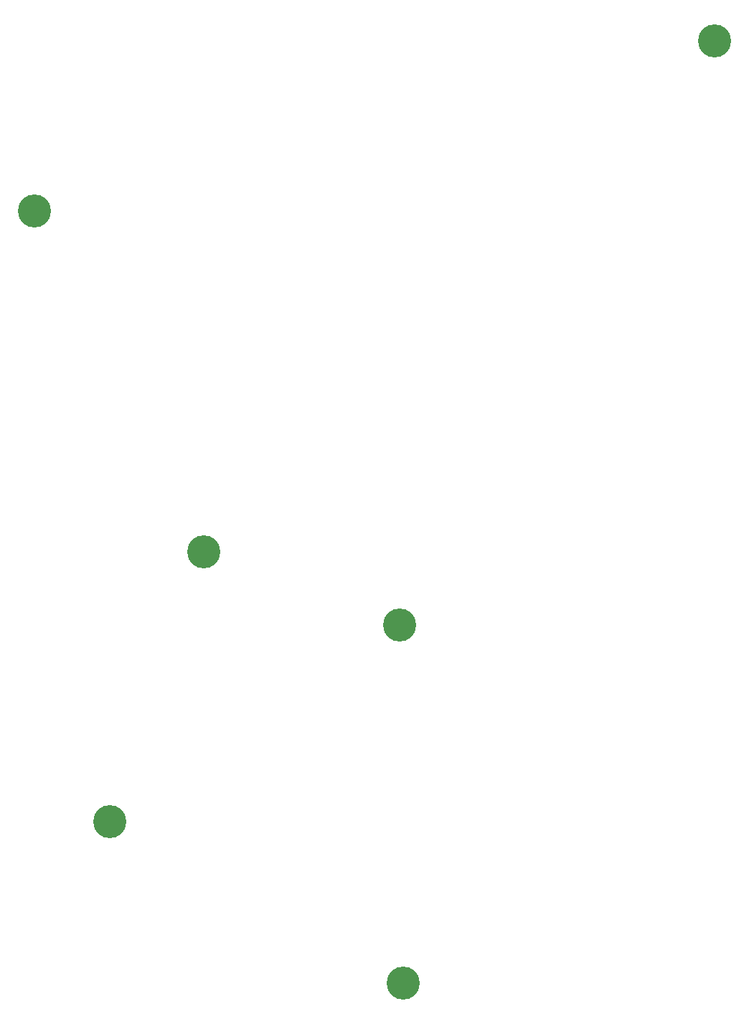
<source format=gbr>
%TF.GenerationSoftware,KiCad,Pcbnew,(6.0.7-1)-1*%
%TF.CreationDate,2022-09-15T11:19:05-04:00*%
%TF.ProjectId,skyline_pcb_exp_top_plate,736b796c-696e-4655-9f70-63625f657870,v1.0.0*%
%TF.SameCoordinates,Original*%
%TF.FileFunction,Soldermask,Bot*%
%TF.FilePolarity,Negative*%
%FSLAX46Y46*%
G04 Gerber Fmt 4.6, Leading zero omitted, Abs format (unit mm)*
G04 Created by KiCad (PCBNEW (6.0.7-1)-1) date 2022-09-15 11:19:05*
%MOMM*%
%LPD*%
G01*
G04 APERTURE LIST*
%ADD10C,3.900000*%
%ADD11C,2.700000*%
G04 APERTURE END LIST*
D10*
%TO.C,REF\u002A\u002A*%
X201949696Y-142778726D03*
D11*
X201949696Y-142778726D03*
%TD*%
D10*
%TO.C,REF\u002A\u002A*%
X121684980Y-162802414D03*
D11*
X121684980Y-162802414D03*
%TD*%
D10*
%TO.C,REF\u002A\u002A*%
X164774980Y-211662414D03*
D11*
X164774980Y-211662414D03*
%TD*%
D10*
%TO.C,REF\u002A\u002A*%
X141674980Y-203062414D03*
D11*
X141674980Y-203062414D03*
%TD*%
%TO.C,REF\u002A\u002A*%
X165219529Y-253941711D03*
D10*
X165219529Y-253941711D03*
%TD*%
%TO.C,REF\u002A\u002A*%
X130571078Y-234904100D03*
D11*
X130571078Y-234904100D03*
%TD*%
M02*

</source>
